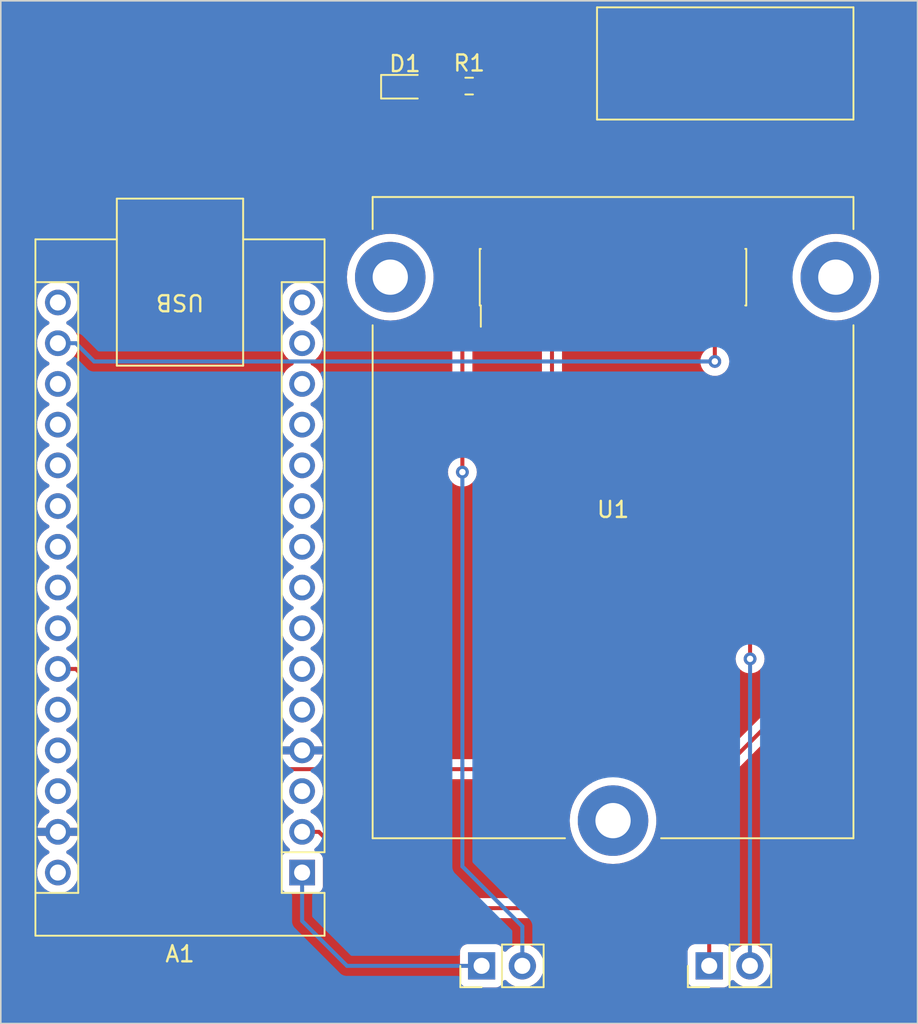
<source format=kicad_pcb>
(kicad_pcb (version 20221018) (generator pcbnew)
  (layers (0 "F.Cu" signal) (31 "B.Cu" signal) (34 "B.Paste" user) (35 "F.Paste" user) (36 "B.SilkS" user "B.Silkscreen") (37 "F.SilkS" user "F.Silkscreen") (38 "B.Mask" user) (39 "F.Mask" user) (44 "Edge.Cuts" user))
  (net 0 "")
  (net 1 "ard_TX")
  (net 2 "ard_RX")
  (net 4 "GND")
  (net 17 "+3.3V")
  (net 25 "Bootom")
  (net 30 "Net-(D1-A)")
  (net 31 "STS")
  (net 38 "IM920_RX")
  (net 39 "IM920_TX")
  (footprint "Connector_PinHeader_2.54mm:PinHeader_1x02_P2.54mm_Vertical" (layer "F.Cu") (at 74 88.2 90)
    (fp_text reference "JP2" hide)
    (fp_text value "SolderJumper_2_Open" hide)
    (fp_line (start -1.33 -1.33) (end 0 -1.33) (stroke (width 0.12)) (layer "F.SilkS"))
    (fp_line (start -1.33 0) (end -1.33 -1.33) (stroke (width 0.12)) (layer "F.SilkS"))
    (fp_line (start -1.33 1.27) (end -1.33 3.87) (stroke (width 0.12)) (layer "F.SilkS"))
    (fp_line (start -1.33 1.27) (end 1.33 1.27) (stroke (width 0.12)) (layer "F.SilkS"))
    (fp_line (start -1.33 3.87) (end 1.33 3.87) (stroke (width 0.12)) (layer "F.SilkS"))
    (fp_line (start 1.33 1.27) (end 1.33 3.87) (stroke (width 0.12)) (layer "F.SilkS"))
    (pad "1" thru_hole rect (at 0 0 90) (size 1.7 1.7) (drill 1) (layers "*.Cu" "*.Mask") (net 2 "ard_RX"))
    (pad "2" thru_hole oval (at 0 2.54 90) (size 1.7 1.7) (drill 1) (layers "*.Cu" "*.Mask") (net 39 "IM920_TX"))
  )
  (footprint "IM920:IM920(IM920c_ADP)" (layer "F.Cu") (at 68 60.24 180)
    (fp_text reference "U1" (at 0 0.5) (layer "F.SilkS"))
    (fp_text value "IM920c_ADP_IM920conn")
    (fp_line (start -15 -20) (end -3 -20) (stroke (width 0.12)) (layer "F.SilkS"))
    (fp_line (start -15 12) (end -15 -20) (stroke (width 0.12)) (layer "F.SilkS"))
    (fp_line (start -15 20) (end -15 18) (stroke (width 0.12)) (layer "F.SilkS"))
    (fp_line (start -8.315 13.235) (end -8.315 16.765) (stroke (width 0.12)) (layer "F.SilkS"))
    (fp_line (start -8.25 13.235) (end -8.315 13.235) (stroke (width 0.12)) (layer "F.SilkS"))
    (fp_line (start -8.25 16.765) (end -8.315 16.765) (stroke (width 0.12)) (layer "F.SilkS"))
    (fp_line (start 3 -20) (end 15 -20) (stroke (width 0.12)) (layer "F.SilkS"))
    (fp_line (start 8.25 11.91) (end 8.25 13.235) (stroke (width 0.12)) (layer "F.SilkS"))
    (fp_line (start 8.315 13.235) (end 8.25 13.235) (stroke (width 0.12)) (layer "F.SilkS"))
    (fp_line (start 8.315 13.235) (end 8.315 16.765) (stroke (width 0.12)) (layer "F.SilkS"))
    (fp_line (start 8.315 16.765) (end 8.25 16.765) (stroke (width 0.12)) (layer "F.SilkS"))
    (fp_line (start 15 -20) (end 15 12) (stroke (width 0.12)) (layer "F.SilkS"))
    (fp_line (start 15 18) (end 15 20) (stroke (width 0.12)) (layer "F.SilkS"))
    (fp_line (start 15 20) (end -15 20) (stroke (width 0.12)) (layer "F.SilkS"))
    (pad "" thru_hole circle (at -13.9 15 180) (size 4.4 4.4) (drill 2.2) (layers "*.Cu" "*.Mask"))
    (pad "" thru_hole circle (at 0 -18.9 180) (size 4.4 4.4) (drill 2.2) (layers "*.Cu" "*.Mask"))
    (pad "" thru_hole circle (at 13.9 15 180) (size 4.4 4.4) (drill 2.2) (layers "*.Cu" "*.Mask"))
    (pad "1" smd rect (at 7.62 13.05 90) (size 2.4 0.74) (layers "F.Cu" "F.Paste" "F.Mask"))
    (pad "2" smd rect (at 7.62 16.95 90) (size 2.4 0.74) (layers "F.Cu" "F.Paste" "F.Mask"))
    (pad "3" smd rect (at 6.35 13.05 90) (size 2.4 0.74) (layers "F.Cu" "F.Paste" "F.Mask"))
    (pad "4" smd rect (at 6.35 16.95 90) (size 2.4 0.74) (layers "F.Cu" "F.Paste" "F.Mask"))
    (pad "5" smd rect (at 5.08 13.05 90) (size 2.4 0.74) (layers "F.Cu" "F.Paste" "F.Mask"))
    (pad "6" smd rect (at 5.08 16.95 90) (size 2.4 0.74) (layers "F.Cu" "F.Paste" "F.Mask") (net 38 "IM920_RX"))
    (pad "7" smd rect (at 3.81 13.05 90) (size 2.4 0.74) (layers "F.Cu" "F.Paste" "F.Mask") (net 39 "IM920_TX"))
    (pad "8" smd rect (at 3.81 16.95 90) (size 2.4 0.74) (layers "F.Cu" "F.Paste" "F.Mask"))
    (pad "9" smd rect (at 2.54 13.05 90) (size 2.4 0.74) (layers "F.Cu" "F.Paste" "F.Mask"))
    (pad "10" smd rect (at 2.54 16.95 90) (size 2.4 0.74) (layers "F.Cu" "F.Paste" "F.Mask"))
    (pad "11" smd rect (at 1.27 13.05 90) (size 2.4 0.74) (layers "F.Cu" "F.Paste" "F.Mask"))
    (pad "12" smd rect (at 1.27 16.95 90) (size 2.4 0.74) (layers "F.Cu" "F.Paste" "F.Mask"))
    (pad "13" smd rect (at 0 13.05 90) (size 2.4 0.74) (layers "F.Cu" "F.Paste" "F.Mask"))
    (pad "14" smd rect (at 0 16.95 90) (size 2.4 0.74) (layers "F.Cu" "F.Paste" "F.Mask"))
    (pad "15" smd rect (at -1.27 13.05 90) (size 2.4 0.74) (layers "F.Cu" "F.Paste" "F.Mask"))
    (pad "16" smd rect (at -1.27 16.95 90) (size 2.4 0.74) (layers "F.Cu" "F.Paste" "F.Mask"))
    (pad "17" smd rect (at -2.54 13.05 90) (size 2.4 0.74) (layers "F.Cu" "F.Paste" "F.Mask"))
    (pad "18" smd rect (at -2.54 16.95 90) (size 2.4 0.74) (layers "F.Cu" "F.Paste" "F.Mask"))
    (pad "19" smd rect (at -3.81 13.05 90) (size 2.4 0.74) (layers "F.Cu" "F.Paste" "F.Mask"))
    (pad "20" smd rect (at -3.81 16.95 90) (size 2.4 0.74) (layers "F.Cu" "F.Paste" "F.Mask"))
    (pad "21" smd rect (at -5.08 13.05 90) (size 2.4 0.74) (layers "F.Cu" "F.Paste" "F.Mask") (net 31 "STS"))
    (pad "22" smd rect (at -5.08 16.95 90) (size 2.4 0.74) (layers "F.Cu" "F.Paste" "F.Mask"))
    (pad "23" smd rect (at -6.35 13.05 90) (size 2.4 0.74) (layers "F.Cu" "F.Paste" "F.Mask") (net 17 "+3.3V"))
    (pad "24" smd rect (at -6.35 16.95 90) (size 2.4 0.74) (layers "F.Cu" "F.Paste" "F.Mask") (net 4 "GND"))
    (pad "25" smd rect (at -7.62 13.05 90) (size 2.4 0.74) (layers "F.Cu" "F.Paste" "F.Mask"))
    (pad "26" smd rect (at -7.62 16.95 90) (size 2.4 0.74) (layers "F.Cu" "F.Paste" "F.Mask"))
  )
  (footprint "LED_SMD:LED_0603_1608Metric" (layer "F.Cu") (at 55.0125 33.36)
    (fp_text reference "D1" (at 0 -1.43) (layer "F.SilkS"))
    (fp_text value "LED")
    (fp_line (start -1.485 -0.735) (end -1.485 0.735) (stroke (width 0.12)) (layer "F.SilkS"))
    (fp_line (start -1.485 0.735) (end 0.8 0.735) (stroke (width 0.12)) (layer "F.SilkS"))
    (fp_line (start 0.8 -0.735) (end -1.485 -0.735) (stroke (width 0.12)) (layer "F.SilkS"))
    (pad "1" smd roundrect (at -0.7875 0) (size 0.875 0.95) (layers "F.Cu" "F.Paste" "F.Mask") (net 4 "GND"))
    (pad "2" smd roundrect (at 0.7875 0) (size 0.875 0.95) (layers "F.Cu" "F.Paste" "F.Mask") (net 30 "Net-(D1-A)"))
  )
  (footprint "switch_SMD_BIG:Switch_SMD_BIG" (layer "F.Cu") (at 75 36.4085)
    (fp_text reference "SW2" hide)
    (fp_text value "SW_DPDT_x2" hide)
    (fp_line (start -8 -8) (end -8 -1) (stroke (width 0.12)) (layer "F.SilkS"))
    (fp_line (start -8 -8) (end 8 -8) (stroke (width 0.12)) (layer "F.SilkS"))
    (fp_line (start -8 -1) (end 8 -1) (stroke (width 0.12)) (layer "F.SilkS"))
    (fp_line (start 8 -1) (end 8 -8) (stroke (width 0.12)) (layer "F.SilkS"))
    (pad "1" smd rect (at -4 0.5 90) (size 2.286 1.524) (layers "F.Cu" "F.Paste" "F.Mask"))
    (pad "2" smd rect (at 0 0.5 90) (size 2.286 1.524) (layers "F.Cu" "F.Paste" "F.Mask") (net 4 "GND"))
    (pad "3" smd rect (at 4 0.5 90) (size 2.286 1.524) (layers "F.Cu" "F.Paste" "F.Mask") (net 25 "Bootom"))
  )
  (footprint "Module:Arduino_Nano" (layer "F.Cu") (at 48.6 82.38 180)
    (fp_text reference "A1" (at 7.62 -5.08) (layer "F.SilkS"))
    (fp_text value "Arduino_Nano_v3.x")
    (fp_text user "USB" (at 7.62 35.56 180 unlocked) (layer "F.SilkS"))
    (fp_line (start -1.4 -3.94) (end -1.4 -1.27) (stroke (width 0.12)) (layer "F.SilkS"))
    (fp_line (start -1.4 1.27) (end -1.4 39.5) (stroke (width 0.12)) (layer "F.SilkS"))
    (fp_line (start -1.4 39.5) (end 3.68 39.5) (stroke (width 0.12)) (layer "F.SilkS"))
    (fp_line (start 1.27 -1.27) (end -1.4 -1.27) (stroke (width 0.12)) (layer "F.SilkS"))
    (fp_line (start 1.27 1.27) (end -1.4 1.27) (stroke (width 0.12)) (layer "F.SilkS"))
    (fp_line (start 1.27 1.27) (end 1.27 -1.27) (stroke (width 0.12)) (layer "F.SilkS"))
    (fp_line (start 1.27 1.27) (end 1.27 36.83) (stroke (width 0.12)) (layer "F.SilkS"))
    (fp_line (start 1.27 36.83) (end -1.4 36.83) (stroke (width 0.12)) (layer "F.SilkS"))
    (fp_line (start 3.68 31.62) (end 11.56 31.62) (stroke (width 0.12)) (layer "F.SilkS"))
    (fp_line (start 3.68 42.04) (end 3.68 31.62) (stroke (width 0.12)) (layer "F.SilkS"))
    (fp_line (start 11.56 31.62) (end 11.56 42.04) (stroke (width 0.12)) (layer "F.SilkS"))
    (fp_line (start 11.56 42.04) (end 3.68 42.04) (stroke (width 0.12)) (layer "F.SilkS"))
    (fp_line (start 13.97 -1.27) (end 13.97 36.83) (stroke (width 0.12)) (layer "F.SilkS"))
    (fp_line (start 13.97 -1.27) (end 16.64 -1.27) (stroke (width 0.12)) (layer "F.SilkS"))
    (fp_line (start 13.97 36.83) (end 16.64 36.83) (stroke (width 0.12)) (layer "F.SilkS"))
    (fp_line (start 16.64 -3.94) (end -1.4 -3.94) (stroke (width 0.12)) (layer "F.SilkS"))
    (fp_line (start 16.64 39.5) (end 11.56 39.5) (stroke (width 0.12)) (layer "F.SilkS"))
    (fp_line (start 16.64 39.5) (end 16.64 -3.94) (stroke (width 0.12)) (layer "F.SilkS"))
    (pad "1" thru_hole rect (at 0 0 180) (size 1.6 1.6) (drill 1) (layers "*.Cu" "*.Mask") (net 1 "ard_TX"))
    (pad "2" thru_hole oval (at 0 2.54 180) (size 1.6 1.6) (drill 1) (layers "*.Cu" "*.Mask") (net 2 "ard_RX"))
    (pad "3" thru_hole oval (at 0 5.08 180) (size 1.6 1.6) (drill 1) (layers "*.Cu" "*.Mask"))
    (pad "4" thru_hole oval (at 0 7.62 180) (size 1.6 1.6) (drill 1) (layers "*.Cu" "*.Mask") (net 4 "GND"))
    (pad "5" thru_hole oval (at 0 10.16 180) (size 1.6 1.6) (drill 1) (layers "*.Cu" "*.Mask"))
    (pad "6" thru_hole oval (at 0 12.7 180) (size 1.6 1.6) (drill 1) (layers "*.Cu" "*.Mask"))
    (pad "7" thru_hole oval (at 0 15.24 180) (size 1.6 1.6) (drill 1) (layers "*.Cu" "*.Mask"))
    (pad "8" thru_hole oval (at 0 17.78 180) (size 1.6 1.6) (drill 1) (layers "*.Cu" "*.Mask"))
    (pad "9" thru_hole oval (at 0 20.32 180) (size 1.6 1.6) (drill 1) (layers "*.Cu" "*.Mask"))
    (pad "10" thru_hole oval (at 0 22.86 180) (size 1.6 1.6) (drill 1) (layers "*.Cu" "*.Mask"))
    (pad "11" thru_hole oval (at 0 25.4 180) (size 1.6 1.6) (drill 1) (layers "*.Cu" "*.Mask"))
    (pad "12" thru_hole oval (at 0 27.94 180) (size 1.6 1.6) (drill 1) (layers "*.Cu" "*.Mask"))
    (pad "13" thru_hole oval (at 0 30.48 180) (size 1.6 1.6) (drill 1) (layers "*.Cu" "*.Mask"))
    (pad "14" thru_hole oval (at 0 33.02 180) (size 1.6 1.6) (drill 1) (layers "*.Cu" "*.Mask"))
    (pad "15" thru_hole oval (at 0 35.56 180) (size 1.6 1.6) (drill 1) (layers "*.Cu" "*.Mask"))
    (pad "16" thru_hole oval (at 15.24 35.56 180) (size 1.6 1.6) (drill 1) (layers "*.Cu" "*.Mask"))
    (pad "17" thru_hole oval (at 15.24 33.02 180) (size 1.6 1.6) (drill 1) (layers "*.Cu" "*.Mask") (net 17 "+3.3V"))
    (pad "18" thru_hole oval (at 15.24 30.48 180) (size 1.6 1.6) (drill 1) (layers "*.Cu" "*.Mask"))
    (pad "19" thru_hole oval (at 15.24 27.94 180) (size 1.6 1.6) (drill 1) (layers "*.Cu" "*.Mask"))
    (pad "20" thru_hole oval (at 15.24 25.4 180) (size 1.6 1.6) (drill 1) (layers "*.Cu" "*.Mask"))
    (pad "21" thru_hole oval (at 15.24 22.86 180) (size 1.6 1.6) (drill 1) (layers "*.Cu" "*.Mask"))
    (pad "22" thru_hole oval (at 15.24 20.32 180) (size 1.6 1.6) (drill 1) (layers "*.Cu" "*.Mask"))
    (pad "23" thru_hole oval (at 15.24 17.78 180) (size 1.6 1.6) (drill 1) (layers "*.Cu" "*.Mask"))
    (pad "24" thru_hole oval (at 15.24 15.24 180) (size 1.6 1.6) (drill 1) (layers "*.Cu" "*.Mask"))
    (pad "25" thru_hole oval (at 15.24 12.7 180) (size 1.6 1.6) (drill 1) (layers "*.Cu" "*.Mask") (net 25 "Bootom"))
    (pad "26" thru_hole oval (at 15.24 10.16 180) (size 1.6 1.6) (drill 1) (layers "*.Cu" "*.Mask"))
    (pad "27" thru_hole oval (at 15.24 7.62 180) (size 1.6 1.6) (drill 1) (layers "*.Cu" "*.Mask"))
    (pad "28" thru_hole oval (at 15.24 5.08 180) (size 1.6 1.6) (drill 1) (layers "*.Cu" "*.Mask"))
    (pad "29" thru_hole oval (at 15.24 2.54 180) (size 1.6 1.6) (drill 1) (layers "*.Cu" "*.Mask") (net 4 "GND"))
    (pad "30" thru_hole oval (at 15.24 0 180) (size 1.6 1.6) (drill 1) (layers "*.Cu" "*.Mask"))
  )
  (footprint "Resistor_SMD:R_0603_1608Metric" (layer "F.Cu") (at 59.0225 33.32)
    (fp_text reference "R1" (at 0 -1.43) (layer "F.SilkS"))
    (fp_text value "100")
    (fp_line (start -0.237258 -0.5225) (end 0.237258 -0.5225) (stroke (width 0.12)) (layer "F.SilkS"))
    (fp_line (start -0.237258 0.5225) (end 0.237258 0.5225) (stroke (width 0.12)) (layer "F.SilkS"))
    (pad "1" smd roundrect (at -0.825 0) (size 0.8 0.95) (layers "F.Cu" "F.Paste" "F.Mask") (net 31 "STS"))
    (pad "2" smd roundrect (at 0.825 0) (size 0.8 0.95) (layers "F.Cu" "F.Paste" "F.Mask") (net 30 "Net-(D1-A)"))
  )
  (footprint "Connector_PinHeader_2.54mm:PinHeader_1x02_P2.54mm_Vertical" (layer "F.Cu") (at 59.8 88.2 90)
    (fp_text reference "JP1" hide)
    (fp_text value "SolderJumper_2_Open" hide)
    (fp_line (start -1.33 -1.33) (end 0 -1.33) (stroke (width 0.12)) (layer "F.SilkS"))
    (fp_line (start -1.33 0) (end -1.33 -1.33) (stroke (width 0.12)) (layer "F.SilkS"))
    (fp_line (start -1.33 1.27) (end -1.33 3.87) (stroke (width 0.12)) (layer "F.SilkS"))
    (fp_line (start -1.33 1.27) (end 1.33 1.27) (stroke (width 0.12)) (layer "F.SilkS"))
    (fp_line (start -1.33 3.87) (end 1.33 3.87) (stroke (width 0.12)) (layer "F.SilkS"))
    (fp_line (start 1.33 1.27) (end 1.33 3.87) (stroke (width 0.12)) (layer "F.SilkS"))
    (pad "1" thru_hole rect (at 0 0 90) (size 1.7 1.7) (drill 1) (layers "*.Cu" "*.Mask") (net 1 "ard_TX"))
    (pad "2" thru_hole oval (at 0 2.54 90) (size 1.7 1.7) (drill 1) (layers "*.Cu" "*.Mask") (net 38 "IM920_RX"))
  )
  (gr_line (start 29.8 91.8) (end 29.8 28) (stroke (width 0.1)) (layer "Edge.Cuts"))
  (gr_line (start 87 28) (end 87 91.8) (stroke (width 0.1)) (layer "Edge.Cuts"))
  (gr_line (start 87 91.8) (end 29.8 91.8) (stroke (width 0.1)) (layer "Edge.Cuts"))
  (gr_line (start 29.8 28) (end 87 28) (stroke (width 0.1)) (layer "Edge.Cuts"))
  (segment (start 48.6 85.4) (end 48.6 82.38) (width 0.25) (layer "B.Cu") (net 1))
  (segment (start 59.8 88.2) (end 51.4 88.2) (width 0.25) (layer "B.Cu") (net 1))
  (segment (start 51.4 88.2) (end 48.6 85.4) (width 0.25) (layer "B.Cu") (net 1))
  (segment (start 74 88.2) (end 74 86.2) (width 0.25) (layer "F.Cu") (net 2))
  (segment (start 72.4 84.6) (end 54.4 84.6) (width 0.25) (layer "F.Cu") (net 2))
  (segment (start 49.64 79.84) (end 48.6 79.84) (width 0.25) (layer "F.Cu") (net 2))
  (segment (start 74 86.2) (end 72.4 84.6) (width 0.25) (layer "F.Cu") (net 2))
  (segment (start 54.4 84.6) (end 49.64 79.84) (width 0.25) (layer "F.Cu") (net 2))
  (segment (start 48.6 74.76) (end 49.84 74.76) (width 0.25) (layer "F.Cu") (net 4))
  (segment (start 54.225 35.05) (end 54.225 33.36) (width 0.25) (layer "F.Cu") (net 4))
  (segment (start 74.4565 36.56) (end 74.35 36.6665) (width 0.25) (layer "F.Cu") (net 4))
  (segment (start 51.2 38.075) (end 54.225 35.05) (width 0.25) (layer "F.Cu") (net 4))
  (segment (start 75 36.56) (end 74.4565 36.56) (width 0.25) (layer "F.Cu") (net 4))
  (segment (start 73.85 35.05) (end 74.4565 35.6565) (width 0.25) (layer "F.Cu") (net 4))
  (segment (start 74.35 36.6665) (end 74.35 43.29) (width 0.25) (layer "F.Cu") (net 4))
  (segment (start 54.225 35.05) (end 73.85 35.05) (width 0.25) (layer "F.Cu") (net 4))
  (segment (start 51.2 73.4) (end 51.2 38.075) (width 0.25) (layer "F.Cu") (net 4))
  (segment (start 74.4565 35.6565) (end 74.4565 36.56) (width 0.25) (layer "F.Cu") (net 4))
  (segment (start 49.84 74.76) (end 51.2 73.4) (width 0.25) (layer "F.Cu") (net 4))
  (segment (start 34.4851 79.84) (end 39.5651 74.76) (width 0.25) (layer "B.Cu") (net 4))
  (segment (start 33.36 79.84) (end 34.4851 79.84) (width 0.25) (layer "B.Cu") (net 4))
  (segment (start 39.5651 74.76) (end 48.6 74.76) (width 0.25) (layer "B.Cu") (net 4))
  (segment (start 74.35 47.19) (end 74.35 48.7151) (width 0.25) (layer "F.Cu") (net 17))
  (segment (start 74.35 48.7151) (end 74.35 50.4982) (width 0.25) (layer "F.Cu") (net 17))
  (via (at 74.35 50.4982) (size 0.8) (drill 0.4) (layers "F.Cu" "B.Cu") (net 17))
  (segment (start 33.36 49.36) (end 34.4851 49.36) (width 0.25) (layer "B.Cu") (net 17))
  (segment (start 35.6233 50.4982) (end 74.35 50.4982) (width 0.25) (layer "B.Cu") (net 17))
  (segment (start 34.4851 49.36) (end 35.6233 50.4982) (width 0.25) (layer "B.Cu") (net 17))
  (segment (start 74.8692 75.9308) (end 79 71.8) (width 0.25) (layer "F.Cu") (net 25))
  (segment (start 40.7359 75.9308) (end 74.8692 75.9308) (width 0.25) (layer "F.Cu") (net 25))
  (segment (start 34.4851 69.68) (end 40.7359 75.9308) (width 0.25) (layer "F.Cu") (net 25))
  (segment (start 79 71.8) (end 79 36.56) (width 0.25) (layer "F.Cu") (net 25))
  (segment (start 33.36 69.68) (end 34.4851 69.68) (width 0.25) (layer "F.Cu") (net 25))
  (segment (start 55.8 33.36) (end 56.5623 34.1223) (width 0.25) (layer "F.Cu") (net 30))
  (segment (start 59.0452 34.1223) (end 59.8475 33.32) (width 0.25) (layer "F.Cu") (net 30))
  (segment (start 56.5623 34.1223) (end 59.0452 34.1223) (width 0.25) (layer "F.Cu") (net 30))
  (segment (start 76.8 33.6) (end 76.8 44.5) (width 0.25) (layer "F.Cu") (net 31))
  (segment (start 58.1975 33.32) (end 59.0046 32.5129) (width 0.25) (layer "F.Cu") (net 31))
  (segment (start 75.7129 32.5129) (end 76.8 33.6) (width 0.25) (layer "F.Cu") (net 31))
  (segment (start 76.8 44.5) (end 76.1 45.2) (width 0.25) (layer "F.Cu") (net 31))
  (segment (start 76.1 45.2) (end 73.08 45.2) (width 0.25) (layer "F.Cu") (net 31))
  (segment (start 73.08 45.2) (end 73.08 47.19) (width 0.25) (layer "F.Cu") (net 31))
  (segment (start 59.0046 32.5129) (end 75.7129 32.5129) (width 0.25) (layer "F.Cu") (net 31))
  (segment (start 62.92 40.92) (end 62.92 43.29) (width 0.25) (layer "F.Cu") (net 38))
  (segment (start 58.6 41.2) (end 59.2 40.6) (width 0.25) (layer "F.Cu") (net 38))
  (segment (start 62.6 40.6) (end 62.92 40.92) (width 0.25) (layer "F.Cu") (net 38))
  (segment (start 58.6 57.4) (end 58.6 41.2) (width 0.25) (layer "F.Cu") (net 38))
  (segment (start 59.2 40.6) (end 62.6 40.6) (width 0.25) (layer "F.Cu") (net 38))
  (via (at 58.6 57.4) (size 0.8) (drill 0.4) (layers "F.Cu" "B.Cu") (net 38))
  (segment (start 58.6 82) (end 58.6 57.4) (width 0.25) (layer "B.Cu") (net 38))
  (segment (start 62.34 85.74) (end 62.34 86.4) (width 0.25) (layer "B.Cu") (net 38))
  (segment (start 62.34 88.2) (end 62.34 86.4) (width 0.25) (layer "B.Cu") (net 38))
  (segment (start 58.6 82) (end 62.34 85.74) (width 0.25) (layer "B.Cu") (net 38))
  (segment (start 64.19 56.49) (end 64.19 47.19) (width 0.25) (layer "F.Cu") (net 39))
  (segment (start 76.55 69.05) (end 76.55 59.05) (width 0.25) (layer "F.Cu") (net 39))
  (segment (start 76.55 59.05) (end 75.15 57.65) (width 0.25) (layer "F.Cu") (net 39))
  (segment (start 65.35 57.65) (end 64.19 56.49) (width 0.25) (layer "F.Cu") (net 39))
  (segment (start 75.15 57.65) (end 65.35 57.65) (width 0.25) (layer "F.Cu") (net 39))
  (via (at 76.55 69.05) (size 0.8) (drill 0.4) (layers "F.Cu" "B.Cu") (net 39))
  (segment (start 76.54 88.2) (end 76.55 69.05) (width 0.25) (layer "B.Cu") (net 39))
  (zone (net 4) (net_name "GND") (layers "F&B.Cu") (connect_pads thru_hole_only (clearance 0.5)) (min_thickness 0.25) (fill yes (thermal_gap 0.5) (thermal_bridge_width 0.5))
    (polygon (pts (xy 29.8 28) (xy 29.8 91.8) (xy 87 91.8) (xy 87 28)))
  )
)
</source>
